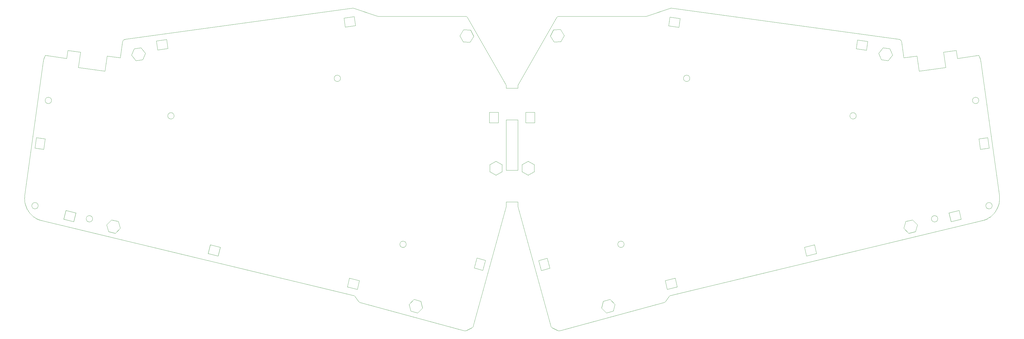
<source format=gbr>
%TF.GenerationSoftware,KiCad,Pcbnew,(6.0.1)*%
%TF.CreationDate,2022-02-27T14:39:44+09:00*%
%TF.ProjectId,ergotonic_f24,6572676f-746f-46e6-9963-5f6632342e6b,rev?*%
%TF.SameCoordinates,Original*%
%TF.FileFunction,Profile,NP*%
%FSLAX46Y46*%
G04 Gerber Fmt 4.6, Leading zero omitted, Abs format (unit mm)*
G04 Created by KiCad (PCBNEW (6.0.1)) date 2022-02-27 14:39:44*
%MOMM*%
%LPD*%
G01*
G04 APERTURE LIST*
%TA.AperFunction,Profile*%
%ADD10C,0.090000*%
%TD*%
%ADD11C,0.090000*%
%TA.AperFunction,Profile*%
%ADD12C,0.120000*%
%TD*%
G04 APERTURE END LIST*
D10*
X127280313Y-17039345D02*
X128768575Y-15124909D01*
D11*
X-134320419Y-12188726D02*
X-134442458Y-12213209D01*
X-134558574Y-12251885D01*
X-134667816Y-12303804D01*
X-134769232Y-12368018D01*
X-134861869Y-12443579D01*
X-134944776Y-12529539D01*
X-135017002Y-12624949D01*
X-135077594Y-12728861D01*
X-135125601Y-12840326D01*
X-135160071Y-12958396D01*
X-135175061Y-13040311D01*
X134320548Y-12188726D02*
X55285428Y-1369124D01*
X-141322338Y-23272094D02*
X-150548326Y-21975467D01*
X15408448Y-4687397D02*
X2131524Y-27959878D01*
D10*
X-16968980Y-13098409D02*
X-14545588Y-13183030D01*
D11*
X-1999986Y-68716994D02*
X2000093Y-68716994D01*
X16277043Y-4182927D02*
X16176874Y-4187943D01*
X16078783Y-4202751D01*
X15983393Y-4226989D01*
X15891325Y-4260296D01*
X15803204Y-4302310D01*
X15719651Y-4352669D01*
X15641290Y-4411012D01*
X15568743Y-4476977D01*
X15502634Y-4550202D01*
X15443584Y-4630326D01*
X15408448Y-4687397D01*
D10*
X-131170553Y-15456564D02*
X-132084372Y-17702655D01*
X139010753Y-74965213D02*
X140686387Y-76717994D01*
X128194132Y-19285436D02*
X127280313Y-17039345D01*
X18107392Y-10857142D02*
X16968980Y-12998171D01*
D11*
X15872502Y-113435109D02*
X15956272Y-113472226D01*
X16042539Y-113501361D01*
X16130739Y-113522458D01*
X16220311Y-113535460D01*
X16310693Y-113540312D01*
X16401321Y-113536958D01*
X16491635Y-113525342D01*
X16581072Y-113505410D01*
X-162728073Y-19980628D02*
X-169130094Y-66411622D01*
D10*
X3486838Y-58230857D02*
X3486844Y-55805987D01*
D11*
X2000093Y-40164926D02*
X2000093Y-57716998D01*
D10*
X-137650377Y-79620276D02*
X-135974743Y-77867495D01*
D11*
X2131524Y-27959878D02*
X2087412Y-28046773D01*
X2052089Y-28137186D01*
X2025731Y-28230449D01*
X2008517Y-28325898D01*
X2000622Y-28422866D01*
X2000093Y-28455412D01*
X-169130094Y-66411622D02*
X-169173499Y-66792850D01*
X-169198593Y-67172200D01*
X-169205706Y-67549190D01*
X-169195166Y-67923335D01*
X-169167304Y-68294154D01*
X-169122450Y-68661162D01*
X-169060933Y-69023877D01*
X-168983084Y-69381815D01*
X-168889232Y-69734494D01*
X-168779708Y-70081431D01*
X-168654841Y-70422141D01*
X-168514960Y-70756143D01*
X-168360397Y-71082953D01*
X-168191480Y-71402087D01*
X-168008540Y-71713063D01*
X-167811906Y-72015398D01*
X-167601909Y-72308608D01*
X-167378878Y-72592211D01*
X-167143143Y-72865723D01*
X-166895034Y-73128661D01*
X-166634881Y-73380542D01*
X-166363013Y-73620883D01*
X-166079761Y-73849201D01*
X-165785455Y-74065013D01*
X-165480424Y-74267835D01*
X-165164998Y-74457184D01*
X-164839507Y-74632578D01*
X-164504282Y-74793533D01*
X-164159651Y-74939566D01*
X-163805944Y-75070194D01*
X-163443493Y-75184934D01*
X-163072626Y-75283303D01*
X-52718143Y-103693003D02*
X-16580965Y-113505410D01*
D10*
X-16822412Y-8900970D02*
X-18107392Y-10957379D01*
X61725647Y-25768284D02*
G75*
G03*
X61725647Y-25768284I-1100000J0D01*
G01*
X-7686731Y-58230867D02*
X-5586730Y-59443296D01*
D11*
X162728181Y-19980628D02*
X162705950Y-19832979D01*
X162680180Y-19686585D01*
X162650916Y-19541489D01*
X162618207Y-19397733D01*
X162582100Y-19255356D01*
X162542642Y-19114402D01*
X162499880Y-18974911D01*
X162453862Y-18836925D01*
X162404635Y-18700487D01*
X162352247Y-18565636D01*
X162296745Y-18432416D01*
X162238176Y-18300867D01*
X162176587Y-18171031D01*
X162112027Y-18042949D01*
X162044541Y-17916664D01*
X161974179Y-17792217D01*
D10*
X-127280209Y-17039345D02*
X-128768471Y-15124909D01*
D11*
X169130202Y-66411622D02*
X162728181Y-19980628D01*
X150548433Y-21975467D02*
X141322446Y-23272094D01*
D10*
X-3486735Y-58230857D02*
X-3486741Y-55805987D01*
D11*
X-1999986Y-40164926D02*
X2000093Y-40164926D01*
X-149803475Y-16675554D02*
X-154210957Y-16056126D01*
X-140577487Y-17972180D02*
X-141322338Y-23272094D01*
D10*
X162035290Y-33451413D02*
G75*
G03*
X162035290Y-33451413I-1100000J0D01*
G01*
D11*
X-55094204Y-101206592D02*
X-54987859Y-101238453D01*
X-54886367Y-101281584D01*
X-54790568Y-101335423D01*
X-54701301Y-101399406D01*
X-54619408Y-101472974D01*
X-54545728Y-101555563D01*
X-54518744Y-101591000D01*
X140577595Y-17972180D02*
X135959509Y-18621215D01*
X-16276935Y-4182927D02*
X-46474144Y-4182927D01*
D10*
X31074132Y-105604723D02*
X31697030Y-103261224D01*
D11*
X135175168Y-13040311D02*
X135150251Y-12918364D01*
X135111163Y-12802390D01*
X135058856Y-12693337D01*
X134994281Y-12592154D01*
X134918390Y-12499789D01*
X134832135Y-12417190D01*
X134736468Y-12345306D01*
X134632342Y-12285085D01*
X134520706Y-12237475D01*
X134402514Y-12203424D01*
X134320548Y-12188726D01*
D10*
X-7686737Y-55805997D02*
X-7686731Y-58230867D01*
X-59525543Y-25768284D02*
G75*
G03*
X-59525543Y-25768284I-1100000J0D01*
G01*
X-35755986Y-104340117D02*
X-35133087Y-106683616D01*
D11*
X2000093Y-29164930D02*
X-1999986Y-29164930D01*
D10*
X3486844Y-55805987D02*
X5586845Y-54593558D01*
D11*
X16581072Y-113505410D02*
X52718272Y-103693003D01*
D10*
X-140686283Y-76717994D02*
X-140006147Y-79045526D01*
X-135974743Y-77867495D02*
X-136654880Y-75539963D01*
X-128194028Y-19285436D02*
X-127280209Y-17039345D01*
X-34037906Y-102628921D02*
X-35755986Y-104340117D01*
D11*
X54829405Y-1412597D02*
X46794646Y-4130196D01*
D10*
X-5586730Y-59443296D02*
X-3486735Y-58230857D01*
D11*
X54518851Y-101591000D02*
X54589010Y-101504959D01*
X54667719Y-101427715D01*
X54754138Y-101359830D01*
X54847425Y-101301866D01*
X54946741Y-101254385D01*
X55051245Y-101217948D01*
X55094312Y-101206592D01*
X-2035772Y-70375183D02*
X-2015445Y-70285224D01*
X-2003502Y-70193864D01*
X-1999986Y-70110083D01*
X-13438693Y-111849310D02*
X-2035772Y-70375183D01*
X154211065Y-16056126D02*
X149803582Y-16675554D01*
X163072734Y-75283303D02*
X163443601Y-75184934D01*
X163806052Y-75070194D01*
X164159758Y-74939566D01*
X164504389Y-74793533D01*
X164839615Y-74632578D01*
X165165106Y-74457184D01*
X165480531Y-74267835D01*
X165785562Y-74065013D01*
X166079869Y-73849201D01*
X166363121Y-73620883D01*
X166634988Y-73380542D01*
X166895141Y-73128661D01*
X167143250Y-72865723D01*
X167378985Y-72592211D01*
X167602016Y-72308608D01*
X167812014Y-72015398D01*
X168008647Y-71713063D01*
X168191587Y-71402087D01*
X168360504Y-71082953D01*
X168515068Y-70756143D01*
X168654948Y-70422141D01*
X168779815Y-70081431D01*
X168889340Y-69734494D01*
X168983192Y-69381815D01*
X169061041Y-69023877D01*
X169122557Y-68661162D01*
X169167412Y-68294154D01*
X169195273Y-67923335D01*
X169205813Y-67549190D01*
X169198701Y-67172200D01*
X169173607Y-66792850D01*
X169130202Y-66411622D01*
X55094312Y-101206592D02*
X163072734Y-75283303D01*
D10*
X-3486741Y-55805987D02*
X-5586742Y-54593558D01*
X-13260608Y-11126621D02*
X-14399020Y-8985591D01*
X-139010650Y-74965213D02*
X-140686283Y-76717994D01*
X147789817Y-74603961D02*
G75*
G03*
X147789817Y-74603961I-1100000J0D01*
G01*
D11*
X2000093Y-68716994D02*
X2000093Y-70110083D01*
D10*
X131170656Y-15456564D02*
X132084475Y-17702655D01*
X-159835186Y-33451413D02*
G75*
G03*
X-159835186Y-33451413I-1100000J0D01*
G01*
D11*
X-15872395Y-113435109D02*
X-13956405Y-112478987D01*
X-55285321Y-1369124D02*
X-134320419Y-12188726D01*
D10*
X14399020Y-8885354D02*
X16822412Y-8800733D01*
X32792212Y-107315919D02*
X31074132Y-105604723D01*
X137650480Y-79620276D02*
X135974847Y-77867495D01*
D11*
X52718272Y-103693003D02*
X52819263Y-103659727D01*
X52915568Y-103616213D01*
X53006456Y-103562964D01*
X53091196Y-103500486D01*
X53169058Y-103429281D01*
X53239310Y-103349854D01*
X53265117Y-103315894D01*
X-54518744Y-101591000D02*
X-53265009Y-103315894D01*
D10*
X128768575Y-15124909D02*
X131170656Y-15456564D01*
D11*
X161974179Y-17792217D02*
X154600705Y-18828502D01*
D10*
X119480411Y-38811769D02*
G75*
G03*
X119480411Y-38811769I-1100000J0D01*
G01*
D11*
X-54829276Y-1412597D02*
X-54926723Y-1385049D01*
X-55026126Y-1367540D01*
X-55126714Y-1360143D01*
X-55227716Y-1362930D01*
X-55285321Y-1369124D01*
D10*
X135974847Y-77867495D02*
X136654983Y-75539963D01*
D11*
X-135959401Y-18621215D02*
X-140577487Y-17972180D01*
X141322446Y-23272094D02*
X140577595Y-17972180D01*
D10*
X-130596109Y-19617091D02*
X-128194028Y-19285436D01*
X16968980Y-12998171D02*
X14545588Y-13082792D01*
X16822412Y-8800733D02*
X18107392Y-10857142D01*
D11*
X2000093Y-28455412D02*
X2000093Y-29164930D01*
D10*
X5586834Y-59443296D02*
X3486838Y-58230857D01*
X7686841Y-55805997D02*
X7686835Y-58230867D01*
D11*
X-46474144Y-4182927D02*
X-46565806Y-4178716D01*
X-46656554Y-4166147D01*
X-46745809Y-4145310D01*
X-46794538Y-4130196D01*
X-154210957Y-16056126D02*
X-154600598Y-18828502D01*
D10*
X130596213Y-19617091D02*
X128194132Y-19285436D01*
X-136654880Y-75539963D02*
X-139010650Y-74965213D01*
X35133191Y-106683616D02*
X32792212Y-107315919D01*
D11*
X13438801Y-111849310D02*
X13472246Y-111949798D01*
X13515726Y-112045404D01*
X13568691Y-112135458D01*
X13630590Y-112219288D01*
X13700872Y-112296227D01*
X13778987Y-112365602D01*
X13864383Y-112426746D01*
X13956512Y-112478987D01*
D10*
X-128768471Y-15124909D02*
X-131170553Y-15456564D01*
D11*
X-1999986Y-29164930D02*
X-1999986Y-28455412D01*
X46474252Y-4182927D02*
X16277043Y-4182927D01*
D10*
X136654983Y-75539963D02*
X139010753Y-74965213D01*
X13260608Y-11026383D02*
X14399020Y-8885354D01*
X-117280307Y-38811769D02*
G75*
G03*
X-117280307Y-38811769I-1100000J0D01*
G01*
D11*
X-15408340Y-4687397D02*
X-15462336Y-4602874D01*
X-15523808Y-4525009D01*
X-15592133Y-4454164D01*
X-15666687Y-4390700D01*
X-15746848Y-4334978D01*
X-15831993Y-4287360D01*
X-15921499Y-4248209D01*
X-16014744Y-4217885D01*
X-16111103Y-4196749D01*
X-16209956Y-4185165D01*
X-16276935Y-4182927D01*
X13956512Y-112478987D02*
X15872502Y-113435109D01*
D10*
X-14399020Y-8985591D02*
X-16822412Y-8900970D01*
D11*
X-135175061Y-13040311D02*
X-135959401Y-18621215D01*
X-1999986Y-57716998D02*
X-1999986Y-40164926D01*
D10*
X-5586742Y-54593558D02*
X-7686737Y-55805997D01*
X-164468884Y-70054061D02*
G75*
G03*
X-164468884Y-70054061I-1100000J0D01*
G01*
X-14545588Y-13183030D02*
X-13260608Y-11126621D01*
X31697030Y-103261224D02*
X34038009Y-102628921D01*
X-32792108Y-107315919D02*
X-31074028Y-105604723D01*
D11*
X53265117Y-103315894D02*
X54518851Y-101591000D01*
D10*
X38918448Y-83469458D02*
G75*
G03*
X38918448Y-83469458I-1100000J0D01*
G01*
D11*
X-46794538Y-4130196D02*
X-54829276Y-1412597D01*
X154600705Y-18828502D02*
X154211065Y-16056126D01*
X-1999986Y-28455412D02*
X-2004734Y-28358085D01*
X-2018860Y-28262056D01*
X-2042187Y-28167990D01*
X-2074535Y-28076553D01*
X-2115728Y-27988411D01*
X-2131394Y-27959878D01*
D10*
X-132084372Y-17702655D02*
X-130596109Y-19617091D01*
D11*
X2000093Y-70110083D02*
X2004346Y-70202212D01*
X2017055Y-70293469D01*
X2035879Y-70375183D01*
D10*
X14545588Y-13082792D02*
X13260608Y-11026383D01*
X-31074028Y-105604723D02*
X-31696927Y-103261224D01*
D11*
X135959509Y-18621215D02*
X135175168Y-13040311D01*
X46794646Y-4130196D02*
X46706469Y-4155585D01*
X46616479Y-4172759D01*
X46525254Y-4181625D01*
X46474252Y-4182927D01*
X-163072626Y-75283303D02*
X-55094204Y-101206592D01*
D10*
X-145589713Y-74603961D02*
G75*
G03*
X-145589713Y-74603961I-1100000J0D01*
G01*
D11*
X149803582Y-16675554D02*
X150548433Y-21975467D01*
X-2131394Y-27959878D02*
X-15408340Y-4687397D01*
D10*
X-140006147Y-79045526D02*
X-137650377Y-79620276D01*
X-18107392Y-10957379D02*
X-16968980Y-13098409D01*
X5586845Y-54593558D02*
X7686841Y-55805997D01*
X-36718344Y-83469458D02*
G75*
G03*
X-36718344Y-83469458I-1100000J0D01*
G01*
X-35133087Y-106683616D02*
X-32792108Y-107315919D01*
X166668988Y-70054061D02*
G75*
G03*
X166668988Y-70054061I-1100000J0D01*
G01*
D11*
X-1999986Y-70110083D02*
X-1999986Y-68716994D01*
D10*
X140006250Y-79045526D02*
X137650480Y-79620276D01*
D11*
X2000093Y-57716998D02*
X-1999986Y-57716998D01*
D10*
X7686835Y-58230867D02*
X5586834Y-59443296D01*
X34038009Y-102628921D02*
X35756090Y-104340117D01*
D11*
X-53265009Y-103315894D02*
X-53198005Y-103398468D01*
X-53123099Y-103473023D01*
X-53041021Y-103539052D01*
X-52952501Y-103596053D01*
X-52858270Y-103643522D01*
X-52759058Y-103680953D01*
X-52718143Y-103693003D01*
X-161974071Y-17792217D02*
X-162044433Y-17916664D01*
X-162111919Y-18042949D01*
X-162176480Y-18171031D01*
X-162238068Y-18300867D01*
X-162296637Y-18432416D01*
X-162352140Y-18565636D01*
X-162404528Y-18700487D01*
X-162453754Y-18836925D01*
X-162499772Y-18974911D01*
X-162542534Y-19114402D01*
X-162581992Y-19255356D01*
X-162618099Y-19397733D01*
X-162650808Y-19541489D01*
X-162680072Y-19686585D01*
X-162705842Y-19832979D01*
X-162728073Y-19980628D01*
X-13956405Y-112478987D02*
X-13864276Y-112426746D01*
X-13778879Y-112365602D01*
X-13700764Y-112296227D01*
X-13630482Y-112219288D01*
X-13568583Y-112135458D01*
X-13515618Y-112045404D01*
X-13472138Y-111949798D01*
X-13438693Y-111849310D01*
X55285428Y-1369124D02*
X55184536Y-1360484D01*
X55083619Y-1362070D01*
X54983449Y-1373810D01*
X54884797Y-1395630D01*
X54829405Y-1412597D01*
X2035879Y-70375183D02*
X13438801Y-111849310D01*
D10*
X35756090Y-104340117D02*
X35133191Y-106683616D01*
X-31696927Y-103261224D02*
X-34037906Y-102628921D01*
X140686387Y-76717994D02*
X140006250Y-79045526D01*
X132084475Y-17702655D02*
X130596213Y-19617091D01*
D11*
X-154600598Y-18828502D02*
X-161974071Y-17792217D01*
X-150548326Y-21975467D02*
X-149803475Y-16675554D01*
X-16580965Y-113505410D02*
X-16491528Y-113525342D01*
X-16401214Y-113536958D01*
X-16310585Y-113540312D01*
X-16220204Y-113535460D01*
X-16130632Y-113522458D01*
X-16042431Y-113501361D01*
X-15956165Y-113472226D01*
X-15872395Y-113435109D01*
D12*
%TO.C,LED_7*%
X-162036573Y-46838236D02*
X-165106404Y-46406799D01*
X-162537596Y-50403201D02*
X-162036573Y-46838236D01*
X-165607427Y-49971764D02*
X-162537596Y-50403201D01*
X-165106404Y-46406799D02*
X-165607427Y-49971764D01*
%TO.C,LED_11*%
X12215827Y-88301009D02*
X9223144Y-89109617D01*
X9223144Y-89109617D02*
X10162173Y-92584991D01*
X10162173Y-92584991D02*
X13154856Y-91776383D01*
X13154856Y-91776383D02*
X12215827Y-88301009D01*
%TO.C,LED_8*%
X123464201Y-12905596D02*
X119899236Y-12404573D01*
X119899236Y-12404573D02*
X119467799Y-15474404D01*
X123032764Y-15975427D02*
X123464201Y-12905596D01*
X119467799Y-15474404D02*
X123032764Y-15975427D01*
%TO.C,LED_1*%
X-54374799Y-7392404D02*
X-54806236Y-4322573D01*
X-58371201Y-4823596D02*
X-57939764Y-7893427D01*
X-57939764Y-7893427D02*
X-54374799Y-7392404D01*
X-54806236Y-4322573D02*
X-58371201Y-4823596D01*
%TO.C,LED_3*%
X-13154856Y-91672383D02*
X-10162173Y-92480991D01*
X-12215827Y-88197009D02*
X-13154856Y-91672383D01*
X-10162173Y-92480991D02*
X-9223144Y-89005617D01*
X-9223144Y-89005617D02*
X-12215827Y-88197009D01*
%TO.C,LED_9*%
X58371201Y-4945596D02*
X54806236Y-4444573D01*
X57939764Y-8015427D02*
X58371201Y-4945596D01*
X54806236Y-4444573D02*
X54374799Y-7514404D01*
X54374799Y-7514404D02*
X57939764Y-8015427D01*
%TO.C,LED_5*%
X-104768426Y-83647625D02*
X-105492106Y-86661972D01*
X-105492106Y-86661972D02*
X-101991574Y-87502375D01*
X-101267894Y-84488028D02*
X-104768426Y-83647625D01*
X-101991574Y-87502375D02*
X-101267894Y-84488028D01*
%TO.C,LED_2*%
X-7872000Y-37597000D02*
X-7872000Y-41197000D01*
X-4772000Y-37597000D02*
X-7872000Y-37597000D01*
X-4772000Y-41197000D02*
X-4772000Y-37597000D01*
X-7872000Y-41197000D02*
X-4772000Y-41197000D01*
%TO.C,LED_14*%
X155877106Y-74711972D02*
X155153426Y-71697625D01*
X151652894Y-72538028D02*
X152376574Y-75552375D01*
X155153426Y-71697625D02*
X151652894Y-72538028D01*
X152376574Y-75552375D02*
X155877106Y-74711972D01*
%TO.C,LED_10*%
X7872000Y-37597000D02*
X4772000Y-37597000D01*
X7872000Y-41197000D02*
X7872000Y-37597000D01*
X4772000Y-37597000D02*
X4772000Y-41197000D01*
X4772000Y-41197000D02*
X7872000Y-41197000D01*
%TO.C,LED_13*%
X104983426Y-83647625D02*
X101482894Y-84488028D01*
X102206574Y-87502375D02*
X105707106Y-86661972D01*
X101482894Y-84488028D02*
X102206574Y-87502375D01*
X105707106Y-86661972D02*
X104983426Y-83647625D01*
%TO.C,LED_6*%
X-151381894Y-72538028D02*
X-154882426Y-71697625D01*
X-154882426Y-71697625D02*
X-155606106Y-74711972D01*
X-155606106Y-74711972D02*
X-152105574Y-75552375D01*
X-152105574Y-75552375D02*
X-151381894Y-72538028D01*
%TO.C,LED_4*%
X-56463426Y-95249625D02*
X-57187106Y-98263972D01*
X-53686574Y-99104375D02*
X-52962894Y-96090028D01*
X-57187106Y-98263972D02*
X-53686574Y-99104375D01*
X-52962894Y-96090028D02*
X-56463426Y-95249625D01*
%TO.C,LED_0*%
X-119899236Y-12284573D02*
X-123464201Y-12785596D01*
X-123032764Y-15855427D02*
X-119467799Y-15354404D01*
X-119467799Y-15354404D02*
X-119899236Y-12284573D01*
X-123464201Y-12785596D02*
X-123032764Y-15855427D01*
%TO.C,LED_15*%
X165106404Y-46406799D02*
X162036573Y-46838236D01*
X162036573Y-46838236D02*
X162537596Y-50403201D01*
X165607427Y-49971764D02*
X165106404Y-46406799D01*
X162537596Y-50403201D02*
X165607427Y-49971764D01*
%TO.C,LED_12*%
X53131894Y-96090028D02*
X53855574Y-99104375D01*
X56632426Y-95249625D02*
X53131894Y-96090028D01*
X57356106Y-98263972D02*
X56632426Y-95249625D01*
X53855574Y-99104375D02*
X57356106Y-98263972D01*
%TD*%
M02*

</source>
